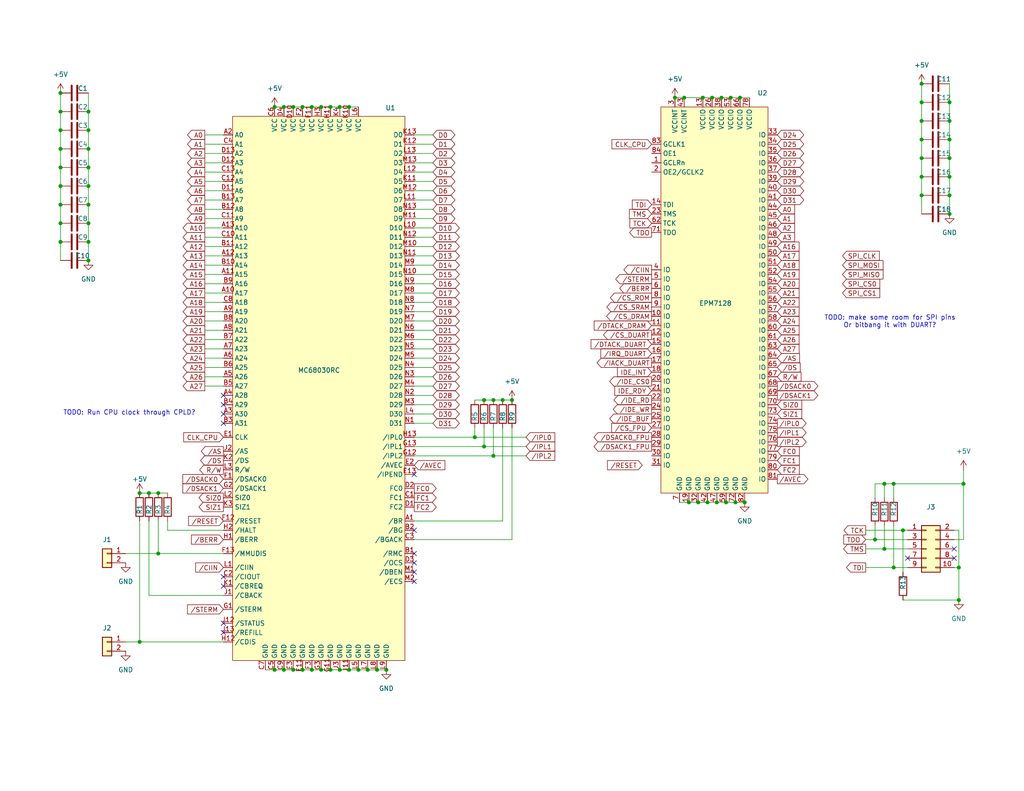
<source format=kicad_sch>
(kicad_sch (version 20231120) (generator "eeschema") (generator_version "8.0")
  (paper "A")
  (title_block (title "Mackerel-30 Proto") (date "2024-10-05") (rev "1.0") (company "Colin Maykish") (comment 1 "github.com/crmaykish/mackerel-68k"))
  (junction (at 259.08 38.1))
  (junction (at 97.79 182.88))
  (junction (at 16.51 55.88))
  (junction (at 92.71 182.88))
  (junction (at 16.51 30.48))
  (junction (at 100.33 182.88))
  (junction (at 38.1 134.62))
  (junction (at 251.46 27.94))
  (junction (at 24.13 50.8))
  (junction (at 195.58 137.16))
  (junction (at 139.7 109.22))
  (junction (at 74.93 182.88))
  (junction (at 90.17 182.88))
  (junction (at 241.3 132.08))
  (junction (at 259.08 27.94))
  (junction (at 194.31 26.67))
  (junction (at 90.17 29.21))
  (junction (at 261.62 163.83))
  (junction (at 238.76 147.32))
  (junction (at 102.87 182.88))
  (junction (at 82.55 29.21))
  (junction (at 190.5 137.16))
  (junction (at 77.47 182.88))
  (junction (at 92.71 29.21))
  (junction (at 132.08 109.22))
  (junction (at 186.69 26.67))
  (junction (at 80.01 182.88))
  (junction (at 191.77 26.67))
  (junction (at 24.13 55.88))
  (junction (at 24.13 40.64))
  (junction (at 137.16 109.22))
  (junction (at 80.01 29.21))
  (junction (at 24.13 30.48))
  (junction (at 198.12 137.16))
  (junction (at 193.04 137.16))
  (junction (at 259.08 58.42))
  (junction (at 259.08 33.02))
  (junction (at 40.64 134.62))
  (junction (at 184.15 26.67))
  (junction (at 16.51 60.96))
  (junction (at 241.3 149.86))
  (junction (at 16.51 40.64))
  (junction (at 82.55 182.88))
  (junction (at 187.96 137.16))
  (junction (at 85.09 29.21))
  (junction (at 251.46 53.34))
  (junction (at 132.08 121.92))
  (junction (at 24.13 35.56))
  (junction (at 87.63 29.21))
  (junction (at 16.51 25.4))
  (junction (at 243.84 154.94))
  (junction (at 24.13 45.72))
  (junction (at 196.85 26.67))
  (junction (at 134.62 124.46))
  (junction (at 199.39 26.67))
  (junction (at 43.18 134.62))
  (junction (at 261.62 154.94))
  (junction (at 16.51 50.8))
  (junction (at 251.46 48.26))
  (junction (at 262.89 132.08))
  (junction (at 38.1 175.26))
  (junction (at 24.13 71.12))
  (junction (at 16.51 35.56))
  (junction (at 246.38 144.78))
  (junction (at 85.09 182.88))
  (junction (at 16.51 45.72))
  (junction (at 251.46 38.1))
  (junction (at 105.41 182.88))
  (junction (at 77.47 29.21))
  (junction (at 24.13 66.04))
  (junction (at 251.46 22.86))
  (junction (at 16.51 66.04))
  (junction (at 95.25 29.21))
  (junction (at 251.46 43.18))
  (junction (at 259.08 43.18))
  (junction (at 74.93 29.21))
  (junction (at 24.13 60.96))
  (junction (at 201.93 26.67))
  (junction (at 43.18 151.13))
  (junction (at 243.84 132.08))
  (junction (at 129.54 119.38))
  (junction (at 87.63 182.88))
  (junction (at 251.46 33.02))
  (junction (at 200.66 137.16))
  (junction (at 134.62 109.22))
  (junction (at 259.08 48.26))
  (junction (at 95.25 182.88))
  (junction (at 259.08 53.34))
  (junction (at 203.2 137.16))
  (no_connect (at 113.03 144.78))
  (no_connect (at 260.35 152.4))
  (no_connect (at 113.03 151.13))
  (no_connect (at 60.96 110.49))
  (no_connect (at 113.03 153.67))
  (no_connect (at 260.35 149.86))
  (no_connect (at 113.03 158.75))
  (no_connect (at -43.18 72.39))
  (no_connect (at 247.65 152.4))
  (no_connect (at 60.96 160.02))
  (no_connect (at 60.96 115.57))
  (no_connect (at 60.96 107.95))
  (no_connect (at 60.96 170.18))
  (no_connect (at 60.96 113.03))
  (no_connect (at 113.03 129.54))
  (no_connect (at 60.96 157.48))
  (no_connect (at 113.03 156.21))
  (no_connect (at 60.96 172.72))
  (wire (pts (xy 85.09 29.21) (xy 87.63 29.21)))
  (wire (pts (xy 238.76 147.32) (xy 247.65 147.32)))
  (wire (pts (xy 118.11 85.09) (xy 113.03 85.09)))
  (wire (pts (xy 251.46 43.18) (xy 251.46 48.26)))
  (wire (pts (xy 187.96 137.16) (xy 190.5 137.16)))
  (wire (pts (xy 16.51 40.64) (xy 16.51 45.72)))
  (wire (pts (xy 100.33 182.88) (xy 102.87 182.88)))
  (wire (pts (xy 186.69 26.67) (xy 191.77 26.67)))
  (wire (pts (xy 77.47 29.21) (xy 80.01 29.21)))
  (wire (pts (xy 55.88 52.07) (xy 60.96 52.07)))
  (wire (pts (xy 55.88 90.17) (xy 60.96 90.17)))
  (wire (pts (xy 113.03 147.32) (xy 139.7 147.32)))
  (wire (pts (xy 118.11 64.77) (xy 113.03 64.77)))
  (wire (pts (xy 201.93 26.67) (xy 204.47 26.67)))
  (wire (pts (xy 259.08 48.26) (xy 259.08 53.34)))
  (wire (pts (xy 193.04 137.16) (xy 195.58 137.16)))
  (wire (pts (xy 118.11 39.37) (xy 113.03 39.37)))
  (wire (pts (xy 118.11 57.15) (xy 113.03 57.15)))
  (wire (pts (xy 262.89 128.27) (xy 262.89 132.08)))
  (wire (pts (xy 87.63 182.88) (xy 90.17 182.88)))
  (wire (pts (xy 118.11 77.47) (xy 113.03 77.47)))
  (wire (pts (xy 243.84 135.89) (xy 243.84 132.08)))
  (wire (pts (xy 16.51 25.4) (xy 16.51 30.48)))
  (wire (pts (xy 16.51 55.88) (xy 16.51 60.96)))
  (wire (pts (xy 43.18 151.13) (xy 60.96 151.13)))
  (wire (pts (xy 24.13 66.04) (xy 24.13 71.12)))
  (wire (pts (xy 261.62 144.78) (xy 261.62 154.94)))
  (wire (pts (xy 118.11 67.31) (xy 113.03 67.31)))
  (wire (pts (xy 97.79 182.88) (xy 100.33 182.88)))
  (wire (pts (xy 129.54 119.38) (xy 113.03 119.38)))
  (wire (pts (xy 55.88 44.45) (xy 60.96 44.45)))
  (wire (pts (xy 55.88 87.63) (xy 60.96 87.63)))
  (wire (pts (xy 55.88 62.23) (xy 60.96 62.23)))
  (wire (pts (xy 241.3 149.86) (xy 247.65 149.86)))
  (wire (pts (xy 24.13 40.64) (xy 24.13 45.72)))
  (wire (pts (xy 95.25 29.21) (xy 97.79 29.21)))
  (wire (pts (xy 24.13 35.56) (xy 24.13 40.64)))
  (wire (pts (xy 92.71 182.88) (xy 95.25 182.88)))
  (wire (pts (xy 74.93 182.88) (xy 77.47 182.88)))
  (wire (pts (xy 246.38 163.83) (xy 261.62 163.83)))
  (wire (pts (xy 118.11 90.17) (xy 113.03 90.17)))
  (wire (pts (xy 139.7 147.32) (xy 139.7 116.84)))
  (wire (pts (xy 16.51 45.72) (xy 16.51 50.8)))
  (wire (pts (xy 238.76 132.08) (xy 241.3 132.08)))
  (wire (pts (xy 38.1 142.24) (xy 38.1 175.26)))
  (wire (pts (xy 238.76 143.51) (xy 238.76 147.32)))
  (wire (pts (xy 118.11 62.23) (xy 113.03 62.23)))
  (wire (pts (xy 77.47 182.88) (xy 80.01 182.88)))
  (wire (pts (xy 243.84 132.08) (xy 262.89 132.08)))
  (wire (pts (xy 55.88 80.01) (xy 60.96 80.01)))
  (wire (pts (xy 72.39 182.88) (xy 74.93 182.88)))
  (wire (pts (xy 92.71 29.21) (xy 95.25 29.21)))
  (wire (pts (xy 238.76 135.89) (xy 238.76 132.08)))
  (wire (pts (xy 118.11 82.55) (xy 113.03 82.55)))
  (wire (pts (xy 34.29 151.13) (xy 43.18 151.13)))
  (wire (pts (xy 251.46 53.34) (xy 251.46 58.42)))
  (wire (pts (xy 118.11 74.93) (xy 113.03 74.93)))
  (wire (pts (xy 198.12 137.16) (xy 200.66 137.16)))
  (wire (pts (xy 24.13 45.72) (xy 24.13 50.8)))
  (wire (pts (xy 24.13 25.4) (xy 24.13 30.48)))
  (wire (pts (xy 260.35 144.78) (xy 261.62 144.78)))
  (wire (pts (xy 261.62 154.94) (xy 260.35 154.94)))
  (wire (pts (xy 16.51 60.96) (xy 16.51 66.04)))
  (wire (pts (xy 55.88 67.31) (xy 60.96 67.31)))
  (wire (pts (xy 190.5 137.16) (xy 193.04 137.16)))
  (wire (pts (xy 40.64 162.56) (xy 60.96 162.56)))
  (wire (pts (xy 55.88 102.87) (xy 60.96 102.87)))
  (wire (pts (xy 16.51 30.48) (xy 16.51 35.56)))
  (wire (pts (xy 118.11 41.91) (xy 113.03 41.91)))
  (wire (pts (xy 236.22 147.32) (xy 238.76 147.32)))
  (wire (pts (xy 55.88 64.77) (xy 60.96 64.77)))
  (wire (pts (xy 246.38 144.78) (xy 247.65 144.78)))
  (wire (pts (xy 259.08 22.86) (xy 259.08 27.94)))
  (wire (pts (xy 259.08 43.18) (xy 259.08 48.26)))
  (wire (pts (xy 243.84 143.51) (xy 243.84 154.94)))
  (wire (pts (xy 38.1 175.26) (xy 60.96 175.26)))
  (wire (pts (xy 118.11 54.61) (xy 113.03 54.61)))
  (wire (pts (xy 236.22 149.86) (xy 241.3 149.86)))
  (wire (pts (xy 74.93 29.21) (xy 77.47 29.21)))
  (wire (pts (xy 236.22 144.78) (xy 246.38 144.78)))
  (wire (pts (xy 262.89 147.32) (xy 260.35 147.32)))
  (wire (pts (xy 118.11 46.99) (xy 113.03 46.99)))
  (wire (pts (xy 199.39 26.67) (xy 201.93 26.67)))
  (wire (pts (xy 55.88 82.55) (xy 60.96 82.55)))
  (wire (pts (xy 261.62 154.94) (xy 261.62 163.83)))
  (wire (pts (xy 16.51 66.04) (xy 16.51 71.12)))
  (wire (pts (xy 118.11 36.83) (xy 113.03 36.83)))
  (wire (pts (xy 118.11 59.69) (xy 113.03 59.69)))
  (wire (pts (xy 118.11 100.33) (xy 113.03 100.33)))
  (wire (pts (xy 43.18 142.24) (xy 43.18 151.13)))
  (wire (pts (xy 40.64 134.62) (xy 43.18 134.62)))
  (wire (pts (xy 129.54 109.22) (xy 132.08 109.22)))
  (wire (pts (xy 40.64 162.56) (xy 40.64 142.24)))
  (wire (pts (xy 55.88 72.39) (xy 60.96 72.39)))
  (wire (pts (xy 194.31 26.67) (xy 196.85 26.67)))
  (wire (pts (xy 118.11 72.39) (xy 113.03 72.39)))
  (wire (pts (xy 82.55 182.88) (xy 85.09 182.88)))
  (wire (pts (xy 55.88 46.99) (xy 60.96 46.99)))
  (wire (pts (xy 118.11 113.03) (xy 113.03 113.03)))
  (wire (pts (xy 134.62 109.22) (xy 137.16 109.22)))
  (wire (pts (xy 45.72 144.78) (xy 45.72 142.24)))
  (wire (pts (xy 43.18 134.62) (xy 45.72 134.62)))
  (wire (pts (xy 118.11 80.01) (xy 113.03 80.01)))
  (wire (pts (xy 118.11 97.79) (xy 113.03 97.79)))
  (wire (pts (xy 243.84 154.94) (xy 247.65 154.94)))
  (wire (pts (xy 143.51 119.38) (xy 129.54 119.38)))
  (wire (pts (xy 118.11 87.63) (xy 113.03 87.63)))
  (wire (pts (xy 55.88 59.69) (xy 60.96 59.69)))
  (wire (pts (xy 195.58 137.16) (xy 198.12 137.16)))
  (wire (pts (xy 134.62 116.84) (xy 134.62 124.46)))
  (wire (pts (xy 55.88 92.71) (xy 60.96 92.71)))
  (wire (pts (xy 80.01 29.21) (xy 82.55 29.21)))
  (wire (pts (xy 184.15 26.67) (xy 186.69 26.67)))
  (wire (pts (xy 55.88 36.83) (xy 60.96 36.83)))
  (wire (pts (xy 118.11 105.41) (xy 113.03 105.41)))
  (wire (pts (xy 55.88 57.15) (xy 60.96 57.15)))
  (wire (pts (xy 60.96 144.78) (xy 45.72 144.78)))
  (wire (pts (xy 251.46 27.94) (xy 251.46 33.02)))
  (wire (pts (xy 134.62 124.46) (xy 113.03 124.46)))
  (wire (pts (xy 259.08 33.02) (xy 259.08 38.1)))
  (wire (pts (xy 113.03 142.24) (xy 137.16 142.24)))
  (wire (pts (xy 55.88 77.47) (xy 60.96 77.47)))
  (wire (pts (xy 246.38 144.78) (xy 246.38 156.21)))
  (wire (pts (xy 16.51 50.8) (xy 16.51 55.88)))
  (wire (pts (xy 16.51 35.56) (xy 16.51 40.64)))
  (wire (pts (xy 241.3 143.51) (xy 241.3 149.86)))
  (wire (pts (xy 80.01 182.88) (xy 82.55 182.88)))
  (wire (pts (xy 55.88 49.53) (xy 60.96 49.53)))
  (wire (pts (xy 24.13 55.88) (xy 24.13 60.96)))
  (wire (pts (xy 55.88 85.09) (xy 60.96 85.09)))
  (wire (pts (xy 251.46 33.02) (xy 251.46 38.1)))
  (wire (pts (xy 55.88 39.37) (xy 60.96 39.37)))
  (wire (pts (xy 82.55 29.21) (xy 85.09 29.21)))
  (wire (pts (xy 85.09 182.88) (xy 87.63 182.88)))
  (wire (pts (xy 191.77 26.67) (xy 194.31 26.67)))
  (wire (pts (xy 259.08 38.1) (xy 259.08 43.18)))
  (wire (pts (xy 137.16 109.22) (xy 139.7 109.22)))
  (wire (pts (xy 132.08 121.92) (xy 113.03 121.92)))
  (wire (pts (xy 34.29 175.26) (xy 38.1 175.26)))
  (wire (pts (xy 118.11 115.57) (xy 113.03 115.57)))
  (wire (pts (xy 241.3 135.89) (xy 241.3 132.08)))
  (wire (pts (xy 87.63 29.21) (xy 90.17 29.21)))
  (wire (pts (xy 55.88 95.25) (xy 60.96 95.25)))
  (wire (pts (xy 118.11 92.71) (xy 113.03 92.71)))
  (wire (pts (xy 200.66 137.16) (xy 203.2 137.16)))
  (wire (pts (xy 259.08 53.34) (xy 259.08 58.42)))
  (wire (pts (xy 55.88 74.93) (xy 60.96 74.93)))
  (wire (pts (xy 132.08 109.22) (xy 134.62 109.22)))
  (wire (pts (xy 251.46 22.86) (xy 251.46 27.94)))
  (wire (pts (xy 24.13 50.8) (xy 24.13 55.88)))
  (wire (pts (xy 196.85 26.67) (xy 199.39 26.67)))
  (wire (pts (xy 90.17 182.88) (xy 92.71 182.88)))
  (wire (pts (xy 262.89 132.08) (xy 262.89 147.32)))
  (wire (pts (xy 185.42 137.16) (xy 187.96 137.16)))
  (wire (pts (xy 55.88 41.91) (xy 60.96 41.91)))
  (wire (pts (xy 259.08 27.94) (xy 259.08 33.02)))
  (wire (pts (xy 143.51 124.46) (xy 134.62 124.46)))
  (wire (pts (xy 102.87 182.88) (xy 105.41 182.88)))
  (wire (pts (xy 24.13 30.48) (xy 24.13 35.56)))
  (wire (pts (xy 118.11 49.53) (xy 113.03 49.53)))
  (wire (pts (xy 38.1 134.62) (xy 40.64 134.62)))
  (wire (pts (xy 55.88 54.61) (xy 60.96 54.61)))
  (wire (pts (xy 118.11 69.85) (xy 113.03 69.85)))
  (wire (pts (xy 90.17 29.21) (xy 92.71 29.21)))
  (wire (pts (xy 137.16 142.24) (xy 137.16 116.84)))
  (wire (pts (xy 55.88 97.79) (xy 60.96 97.79)))
  (wire (pts (xy 132.08 116.84) (xy 132.08 121.92)))
  (wire (pts (xy 143.51 121.92) (xy 132.08 121.92)))
  (wire (pts (xy 118.11 44.45) (xy 113.03 44.45)))
  (wire (pts (xy 251.46 38.1) (xy 251.46 43.18)))
  (wire (pts (xy 129.54 116.84) (xy 129.54 119.38)))
  (wire (pts (xy 118.11 110.49) (xy 113.03 110.49)))
  (wire (pts (xy 251.46 48.26) (xy 251.46 53.34)))
  (wire (pts (xy 24.13 60.96) (xy 24.13 66.04)))
  (wire (pts (xy 55.88 100.33) (xy 60.96 100.33)))
  (wire (pts (xy 95.25 182.88) (xy 97.79 182.88)))
  (wire (pts (xy 55.88 69.85) (xy 60.96 69.85)))
  (wire (pts (xy 236.22 154.94) (xy 243.84 154.94)))
  (wire (pts (xy 118.11 95.25) (xy 113.03 95.25)))
  (wire (pts (xy 55.88 105.41) (xy 60.96 105.41)))
  (wire (pts (xy 118.11 52.07) (xy 113.03 52.07)))
  (wire (pts (xy 118.11 102.87) (xy 113.03 102.87)))
  (wire (pts (xy 118.11 107.95) (xy 113.03 107.95)))
  (wire (pts (xy 241.3 132.08) (xy 243.84 132.08)))
  (text "TODO: Run CPU clock through CPLD?" (at 35.306 112.776 0) (effects (font (size 1.27 1.27))))
  (text "TODO: make some room for SPI pins\nOr bitbang it with DUART?" (at 242.824 87.884 0) (effects (font (size 1.27 1.27))))
  (global_label "A2" (shape input) (at 212.09 62.23 0) (property "Intersheetrefs" "${INTERSHEET_REFS}" (effects (hide yes))))
  (global_label "{slash}IPL1" (shape input) (at 143.51 121.92 0) (property "Intersheetrefs" "${INTERSHEET_REFS}" (effects (hide yes))))
  (global_label "R{slash}W" (shape input) (at 212.09 102.87 0) (property "Intersheetrefs" "${INTERSHEET_REFS}" (effects (hide yes))))
  (global_label "{slash}RESET" (shape input) (at 175.26 127 180) (property "Intersheetrefs" "${INTERSHEET_REFS}" (effects (hide yes))))
  (global_label "{slash}STERM" (shape input) (at 60.96 166.37 180) (property "Intersheetrefs" "${INTERSHEET_REFS}" (effects (hide yes))))
  (global_label "{slash}IPL0" (shape output) (at 212.09 115.57 0) (property "Intersheetrefs" "${INTERSHEET_REFS}" (effects (hide yes))))
  (global_label "{slash}DS" (shape input) (at 212.09 100.33 0) (property "Intersheetrefs" "${INTERSHEET_REFS}" (effects (hide yes))))
  (global_label "A20" (shape output) (at 55.88 87.63 180) (property "Intersheetrefs" "${INTERSHEET_REFS}" (effects (hide yes))))
  (global_label "A14" (shape output) (at 55.88 72.39 180) (property "Intersheetrefs" "${INTERSHEET_REFS}" (effects (hide yes))))
  (global_label "A1" (shape input) (at 212.09 59.69 0) (property "Intersheetrefs" "${INTERSHEET_REFS}" (effects (hide yes))))
  (global_label "A20" (shape input) (at 212.09 77.47 0) (property "Intersheetrefs" "${INTERSHEET_REFS}" (effects (hide yes))))
  (global_label "{slash}CS_SRAM" (shape output) (at 177.8 83.82 180) (property "Intersheetrefs" "${INTERSHEET_REFS}" (effects (hide yes))))
  (global_label "{slash}DSACK0" (shape output) (at 212.09 105.41 0) (property "Intersheetrefs" "${INTERSHEET_REFS}" (effects (hide yes))))
  (global_label "D23" (shape bidirectional) (at 118.11 95.25 0) (property "Intersheetrefs" "${INTERSHEET_REFS}" (effects (hide yes))))
  (global_label "D20" (shape bidirectional) (at 118.11 87.63 0) (property "Intersheetrefs" "${INTERSHEET_REFS}" (effects (hide yes))))
  (global_label "A3" (shape output) (at 55.88 44.45 180) (property "Intersheetrefs" "${INTERSHEET_REFS}" (effects (hide yes))))
  (global_label "D1" (shape bidirectional) (at 118.11 39.37 0) (property "Intersheetrefs" "${INTERSHEET_REFS}" (effects (hide yes))))
  (global_label "A26" (shape input) (at 212.09 92.71 0) (property "Intersheetrefs" "${INTERSHEET_REFS}" (effects (hide yes))))
  (global_label "A13" (shape output) (at 55.88 69.85 180) (property "Intersheetrefs" "${INTERSHEET_REFS}" (effects (hide yes))))
  (global_label "FC0" (shape input) (at 212.09 123.19 0) (property "Intersheetrefs" "${INTERSHEET_REFS}" (effects (hide yes))))
  (global_label "{slash}DSACK1" (shape output) (at 212.09 107.95 0) (property "Intersheetrefs" "${INTERSHEET_REFS}" (effects (hide yes))))
  (global_label "{slash}CS_DRAM" (shape output) (at 177.8 86.36 180) (property "Intersheetrefs" "${INTERSHEET_REFS}" (effects (hide yes))))
  (global_label "D9" (shape bidirectional) (at 118.11 59.69 0) (property "Intersheetrefs" "${INTERSHEET_REFS}" (effects (hide yes))))
  (global_label "{slash}DSACK0" (shape input) (at 60.96 130.81 180) (property "Intersheetrefs" "${INTERSHEET_REFS}" (effects (hide yes))))
  (global_label "A3" (shape input) (at 212.09 64.77 0) (property "Intersheetrefs" "${INTERSHEET_REFS}" (effects (hide yes))))
  (global_label "A16" (shape input) (at 212.09 67.31 0) (property "Intersheetrefs" "${INTERSHEET_REFS}" (effects (hide yes))))
  (global_label "{slash}IPL2" (shape output) (at 212.09 120.65 0) (property "Intersheetrefs" "${INTERSHEET_REFS}" (effects (hide yes))))
  (global_label "A25" (shape input) (at 212.09 90.17 0) (property "Intersheetrefs" "${INTERSHEET_REFS}" (effects (hide yes))))
  (global_label "A21" (shape output) (at 55.88 90.17 180) (property "Intersheetrefs" "${INTERSHEET_REFS}" (effects (hide yes))))
  (global_label "D31" (shape bidirectional) (at 212.09 54.61 0) (property "Intersheetrefs" "${INTERSHEET_REFS}" (effects (hide yes))))
  (global_label "A0" (shape output) (at 55.88 36.83 180) (property "Intersheetrefs" "${INTERSHEET_REFS}" (effects (hide yes))))
  (global_label "A15" (shape output) (at 55.88 74.93 180) (property "Intersheetrefs" "${INTERSHEET_REFS}" (effects (hide yes))))
  (global_label "D5" (shape bidirectional) (at 118.11 49.53 0) (property "Intersheetrefs" "${INTERSHEET_REFS}" (effects (hide yes))))
  (global_label "SIZ1" (shape output) (at 60.96 138.43 180) (property "Intersheetrefs" "${INTERSHEET_REFS}" (effects (hide yes))))
  (global_label "A27" (shape input) (at 212.09 95.25 0) (property "Intersheetrefs" "${INTERSHEET_REFS}" (effects (hide yes))))
  (global_label "D19" (shape bidirectional) (at 118.11 85.09 0) (property "Intersheetrefs" "${INTERSHEET_REFS}" (effects (hide yes))))
  (global_label "{slash}DSACK0_FPU" (shape output) (at 177.8 119.38 180) (property "Intersheetrefs" "${INTERSHEET_REFS}" (effects (hide yes))))
  (global_label "D27" (shape bidirectional) (at 212.09 44.45 0) (property "Intersheetrefs" "${INTERSHEET_REFS}" (effects (hide yes))))
  (global_label "SIZ1" (shape input) (at 212.09 113.03 0) (property "Intersheetrefs" "${INTERSHEET_REFS}" (effects (hide yes))))
  (global_label "{slash}IRQ_DUART" (shape input) (at 177.8 96.52 180) (property "Intersheetrefs" "${INTERSHEET_REFS}" (effects (hide yes))))
  (global_label "A24" (shape input) (at 212.09 87.63 0) (property "Intersheetrefs" "${INTERSHEET_REFS}" (effects (hide yes))))
  (global_label "A18" (shape output) (at 55.88 82.55 180) (property "Intersheetrefs" "${INTERSHEET_REFS}" (effects (hide yes))))
  (global_label "IDE_RDY" (shape input) (at 177.8 106.68 180) (property "Intersheetrefs" "${INTERSHEET_REFS}" (effects (hide yes))))
  (global_label "A21" (shape input) (at 212.09 80.01 0) (property "Intersheetrefs" "${INTERSHEET_REFS}" (effects (hide yes))))
  (global_label "D16" (shape bidirectional) (at 118.11 77.47 0) (property "Intersheetrefs" "${INTERSHEET_REFS}" (effects (hide yes))))
  (global_label "{slash}CS_ROM" (shape output) (at 177.8 81.28 180) (property "Intersheetrefs" "${INTERSHEET_REFS}" (effects (hide yes))))
  (global_label "SPI_CS1" (shape input) (at 229.87 80.01 0) (property "Intersheetrefs" "${INTERSHEET_REFS}" (effects (hide yes))))
  (global_label "A23" (shape output) (at 55.88 95.25 180) (property "Intersheetrefs" "${INTERSHEET_REFS}" (effects (hide yes))))
  (global_label "D14" (shape bidirectional) (at 118.11 72.39 0) (property "Intersheetrefs" "${INTERSHEET_REFS}" (effects (hide yes))))
  (global_label "D31" (shape bidirectional) (at 118.11 115.57 0) (property "Intersheetrefs" "${INTERSHEET_REFS}" (effects (hide yes))))
  (global_label "D0" (shape bidirectional) (at 118.11 36.83 0) (property "Intersheetrefs" "${INTERSHEET_REFS}" (effects (hide yes))))
  (global_label "D28" (shape bidirectional) (at 118.11 107.95 0) (property "Intersheetrefs" "${INTERSHEET_REFS}" (effects (hide yes))))
  (global_label "D28" (shape bidirectional) (at 212.09 46.99 0) (property "Intersheetrefs" "${INTERSHEET_REFS}" (effects (hide yes))))
  (global_label "SIZ0" (shape output) (at 60.96 135.89 180) (property "Intersheetrefs" "${INTERSHEET_REFS}" (effects (hide yes))))
  (global_label "A24" (shape output) (at 55.88 97.79 180) (property "Intersheetrefs" "${INTERSHEET_REFS}" (effects (hide yes))))
  (global_label "FC0" (shape output) (at 113.03 133.35 0) (property "Intersheetrefs" "${INTERSHEET_REFS}" (effects (hide yes))))
  (global_label "A10" (shape output) (at 55.88 62.23 180) (property "Intersheetrefs" "${INTERSHEET_REFS}" (effects (hide yes))))
  (global_label "{slash}IDE_RD" (shape output) (at 177.8 109.22 180) (property "Intersheetrefs" "${INTERSHEET_REFS}" (effects (hide yes))))
  (global_label "{slash}BERR" (shape input) (at 60.96 147.32 180) (property "Intersheetrefs" "${INTERSHEET_REFS}" (effects (hide yes))))
  (global_label "A4" (shape output) (at 55.88 46.99 180) (property "Intersheetrefs" "${INTERSHEET_REFS}" (effects (hide yes))))
  (global_label "SPI_MISO" (shape input) (at 229.87 74.93 0) (property "Intersheetrefs" "${INTERSHEET_REFS}" (effects (hide yes))))
  (global_label "TDI" (shape input) (at 177.8 55.88 180) (property "Intersheetrefs" "${INTERSHEET_REFS}" (effects (hide yes))))
  (global_label "TCK" (shape output) (at 236.22 144.78 180) (property "Intersheetrefs" "${INTERSHEET_REFS}" (effects (hide yes))))
  (global_label "A22" (shape input) (at 212.09 82.55 0) (property "Intersheetrefs" "${INTERSHEET_REFS}" (effects (hide yes))))
  (global_label "D29" (shape bidirectional) (at 212.09 49.53 0) (property "Intersheetrefs" "${INTERSHEET_REFS}" (effects (hide yes))))
  (global_label "A12" (shape output) (at 55.88 67.31 180) (property "Intersheetrefs" "${INTERSHEET_REFS}" (effects (hide yes))))
  (global_label "{slash}DTACK_DUART" (shape input) (at 177.8 93.98 180) (property "Intersheetrefs" "${INTERSHEET_REFS}" (effects (hide yes))))
  (global_label "SPI_CLK" (shape input) (at 229.87 69.85 0) (property "Intersheetrefs" "${INTERSHEET_REFS}" (effects (hide yes))))
  (global_label "{slash}IDE_CS0" (shape output) (at 177.8 104.14 180) (property "Intersheetrefs" "${INTERSHEET_REFS}" (effects (hide yes))))
  (global_label "SPI_CS0" (shape input) (at 229.87 77.47 0) (property "Intersheetrefs" "${INTERSHEET_REFS}" (effects (hide yes))))
  (global_label "FC2" (shape output) (at 113.03 138.43 0) (property "Intersheetrefs" "${INTERSHEET_REFS}" (effects (hide yes))))
  (global_label "A8" (shape output) (at 55.88 57.15 180) (property "Intersheetrefs" "${INTERSHEET_REFS}" (effects (hide yes))))
  (global_label "{slash}DTACK_DRAM" (shape input) (at 177.8 88.9 180) (property "Intersheetrefs" "${INTERSHEET_REFS}" (effects (hide yes))))
  (global_label "TMS" (shape output) (at 236.22 149.86 180) (property "Intersheetrefs" "${INTERSHEET_REFS}" (effects (hide yes))))
  (global_label "TMS" (shape input) (at 177.8 58.42 180) (property "Intersheetrefs" "${INTERSHEET_REFS}" (effects (hide yes))))
  (global_label "D18" (shape bidirectional) (at 118.11 82.55 0) (property "Intersheetrefs" "${INTERSHEET_REFS}" (effects (hide yes))))
  (global_label "D25" (shape bidirectional) (at 118.11 100.33 0) (property "Intersheetrefs" "${INTERSHEET_REFS}" (effects (hide yes))))
  (global_label "TDO" (shape input) (at 236.22 147.32 180) (property "Intersheetrefs" "${INTERSHEET_REFS}" (effects (hide yes))))
  (global_label "D8" (shape bidirectional) (at 118.11 57.15 0) (property "Intersheetrefs" "${INTERSHEET_REFS}" (effects (hide yes))))
  (global_label "TCK" (shape input) (at 177.8 60.96 180) (property "Intersheetrefs" "${INTERSHEET_REFS}" (effects (hide yes))))
  (global_label "D7" (shape bidirectional) (at 118.11 54.61 0) (property "Intersheetrefs" "${INTERSHEET_REFS}" (effects (hide yes))))
  (global_label "{slash}AVEC" (shape output) (at 212.09 130.81 0) (property "Intersheetrefs" "${INTERSHEET_REFS}" (effects (hide yes))))
  (global_label "D4" (shape bidirectional) (at 118.11 46.99 0) (property "Intersheetrefs" "${INTERSHEET_REFS}" (effects (hide yes))))
  (global_label "D21" (shape bidirectional) (at 118.11 90.17 0) (property "Intersheetrefs" "${INTERSHEET_REFS}" (effects (hide yes))))
  (global_label "IDE_INT" (shape input) (at 177.8 101.6 180) (property "Intersheetrefs" "${INTERSHEET_REFS}" (effects (hide yes))))
  (global_label "{slash}IPL0" (shape input) (at 143.51 119.38 0) (property "Intersheetrefs" "${INTERSHEET_REFS}" (effects (hide yes))))
  (global_label "FC2" (shape input) (at 212.09 128.27 0) (property "Intersheetrefs" "${INTERSHEET_REFS}" (effects (hide yes))))
  (global_label "{slash}IACK_DUART" (shape output) (at 177.8 99.06 180) (property "Intersheetrefs" "${INTERSHEET_REFS}" (effects (hide yes))))
  (global_label "TDO" (shape output) (at 177.8 63.5 180) (property "Intersheetrefs" "${INTERSHEET_REFS}" (effects (hide yes))))
  (global_label "D12" (shape bidirectional) (at 118.11 67.31 0) (property "Intersheetrefs" "${INTERSHEET_REFS}" (effects (hide yes))))
  (global_label "A0" (shape input) (at 212.09 57.15 0) (property "Intersheetrefs" "${INTERSHEET_REFS}" (effects (hide yes))))
  (global_label "{slash}RESET" (shape input) (at 60.96 142.24 180) (property "Intersheetrefs" "${INTERSHEET_REFS}" (effects (hide yes))))
  (global_label "{slash}IDE_WR" (shape output) (at 177.8 111.76 180) (property "Intersheetrefs" "${INTERSHEET_REFS}" (effects (hide yes))))
  (global_label "{slash}DS" (shape output) (at 60.96 125.73 180) (property "Intersheetrefs" "${INTERSHEET_REFS}" (effects (hide yes))))
  (global_label "{slash}IPL1" (shape output) (at 212.09 118.11 0) (property "Intersheetrefs" "${INTERSHEET_REFS}" (effects (hide yes))))
  (global_label "{slash}AS" (shape input) (at 212.09 97.79 0) (property "Intersheetrefs" "${INTERSHEET_REFS}" (effects (hide yes))))
  (global_label "A7" (shape output) (at 55.88 54.61 180) (property "Intersheetrefs" "${INTERSHEET_REFS}" (effects (hide yes))))
  (global_label "D27" (shape bidirectional) (at 118.11 105.41 0) (property "Intersheetrefs" "${INTERSHEET_REFS}" (effects (hide yes))))
  (global_label "CLK_CPU" (shape output) (at -27.94 72.39 0) (property "Intersheetrefs" "${INTERSHEET_REFS}" (effects (hide yes))))
  (global_label "{slash}IPL2" (shape input) (at 143.51 124.46 0) (property "Intersheetrefs" "${INTERSHEET_REFS}" (effects (hide yes))))
  (global_label "{slash}CIIN" (shape input) (at 60.96 154.94 180) (property "Intersheetrefs" "${INTERSHEET_REFS}" (effects (hide yes))))
  (global_label "D26" (shape bidirectional) (at 212.09 41.91 0) (property "Intersheetrefs" "${INTERSHEET_REFS}" (effects (hide yes))))
  (global_label "A6" (shape output) (at 55.88 52.07 180) (property "Intersheetrefs" "${INTERSHEET_REFS}" (effects (hide yes))))
  (global_label "{slash}BERR" (shape output) (at 177.8 78.74 180) (property "Intersheetrefs" "${INTERSHEET_REFS}" (effects (hide yes))))
  (global_label "A5" (shape output) (at 55.88 49.53 180) (property "Intersheetrefs" "${INTERSHEET_REFS}" (effects (hide yes))))
  (global_label "SIZ0" (shape input) (at 212.09 110.49 0) (property "Intersheetrefs" "${INTERSHEET_REFS}" (effects (hide yes))))
  (global_label "A19" (shape input) (at 212.09 74.93 0) (property "Intersheetrefs" "${INTERSHEET_REFS}" (effects (hide yes))))
  (global_label "D11" (shape bidirectional) (at 118.11 64.77 0) (property "Intersheetrefs" "${INTERSHEET_REFS}" (effects (hide yes))))
  (global_label "D2" (shape bidirectional) (at 118.11 41.91 0) (property "Intersheetrefs" "${INTERSHEET_REFS}" (effects (hide yes))))
  (global_label "D15" (shape bidirectional) (at 118.11 74.93 0) (property "Intersheetrefs" "${INTERSHEET_REFS}" (effects (hide yes))))
  (global_label "FC1" (shape output) (at 113.03 135.89 0) (property "Intersheetrefs" "${INTERSHEET_REFS}" (effects (hide yes))))
  (global_label "D24" (shape bidirectional) (at 212.09 36.83 0) (property "Intersheetrefs" "${INTERSHEET_REFS}" (effects (hide yes))))
  (global_label "D25" (shape bidirectional) (at 212.09 39.37 0) (property "Intersheetrefs" "${INTERSHEET_REFS}" (effects (hide yes))))
  (global_label "D22" (shape bidirectional) (at 118.11 92.71 0) (property "Intersheetrefs" "${INTERSHEET_REFS}" (effects (hide yes))))
  (global_label "R{slash}W" (shape output) (at 60.96 128.27 180) (property "Intersheetrefs" "${INTERSHEET_REFS}" (effects (hide yes))))
  (global_label "D17" (shape bidirectional) (at 118.11 80.01 0) (property "Intersheetrefs" "${INTERSHEET_REFS}" (effects (hide yes))))
  (global_label "TDI" (shape output) (at 236.22 154.94 180) (property "Intersheetrefs" "${INTERSHEET_REFS}" (effects (hide yes))))
  (global_label "A16" (shape output) (at 55.88 77.47 180) (property "Intersheetrefs" "${INTERSHEET_REFS}" (effects (hide yes))))
  (global_label "A2" (shape output) (at 55.88 41.91 180) (property "Intersheetrefs" "${INTERSHEET_REFS}" (effects (hide yes))))
  (global_label "{slash}STERM" (shape output) (at 177.8 76.2 180) (property "Intersheetrefs" "${INTERSHEET_REFS}" (effects (hide yes))))
  (global_label "{slash}DSACK1_FPU" (shape output) (at 177.8 121.92 180) (property "Intersheetrefs" "${INTERSHEET_REFS}" (effects (hide yes))))
  (global_label "A18" (shape input) (at 212.09 72.39 0) (property "Intersheetrefs" "${INTERSHEET_REFS}" (effects (hide yes))))
  (global_label "D24" (shape bidirectional) (at 118.11 97.79 0) (property "Intersheetrefs" "${INTERSHEET_REFS}" (effects (hide yes))))
  (global_label "A22" (shape output) (at 55.88 92.71 180) (property "Intersheetrefs" "${INTERSHEET_REFS}" (effects (hide yes))))
  (global_label "D3" (shape bidirectional) (at 118.11 44.45 0) (property "Intersheetrefs" "${INTERSHEET_REFS}" (effects (hide yes))))
  (global_label "D29" (shape bidirectional) (at 118.11 110.49 0) (property "Intersheetrefs" "${INTERSHEET_REFS}" (effects (hide yes))))
  (global_label "D30" (shape bidirectional) (at 118.11 113.03 0) (property "Intersheetrefs" "${INTERSHEET_REFS}" (effects (hide yes))))
  (global_label "A23" (shape input) (at 212.09 85.09 0) (property "Intersheetrefs" "${INTERSHEET_REFS}" (effects (hide yes))))
  (global_label "CLK_CPU" (shape input) (at 177.8 39.37 180) (property "Intersheetrefs" "${INTERSHEET_REFS}" (effects (hide yes))))
  (global_label "D6" (shape bidirectional) (at 118.11 52.07 0) (property "Intersheetrefs" "${INTERSHEET_REFS}" (effects (hide yes))))
  (global_label "A17" (shape input) (at 212.09 69.85 0) (property "Intersheetrefs" "${INTERSHEET_REFS}" (effects (hide yes))))
  (global_label "{slash}CS_FPU" (shape input) (at 177.8 116.84 180) (property "Intersheetrefs" "${INTERSHEET_REFS}" (effects (hide yes))))
  (global_label "A17" (shape output) (at 55.88 80.01 180) (property "Intersheetrefs" "${INTERSHEET_REFS}" (effects (hide yes))))
  (global_label "D30" (shape bidirectional) (at 212.09 52.07 0) (property "Intersheetrefs" "${INTERSHEET_REFS}" (effects (hide yes))))
  (global_label "D13" (shape bidirectional) (at 118.11 69.85 0) (property "Intersheetrefs" "${INTERSHEET_REFS}" (effects (hide yes))))
  (global_label "{slash}AVEC" (shape input) (at 113.03 127 0) (property "Intersheetrefs" "${INTERSHEET_REFS}" (effects (hide yes))))
  (global_label "{slash}CIIN" (shape output) (at 177.8 73.66 180) (property "Intersheetrefs" "${INTERSHEET_REFS}" (effects (hide yes))))
  (global_label "A25" (shape output) (at 55.88 100.33 180) (property "Intersheetrefs" "${INTERSHEET_REFS}" (effects (hide yes))))
  (global_label "A27" (shape output) (at 55.88 105.41 180) (property "Intersheetrefs" "${INTERSHEET_REFS}" (effects (hide yes))))
  (global_label "FC1" (shape input) (at 212.09 125.73 0) (property "Intersheetrefs" "${INTERSHEET_REFS}" (effects (hide yes))))
  (global_label "A9" (shape output) (at 55.88 59.69 180) (property "Intersheetrefs" "${INTERSHEET_REFS}" (effects (hide yes))))
  (global_label "CLK_CPU" (shape input) (at 60.96 119.38 180) (property "Intersheetrefs" "${INTERSHEET_REFS}" (effects (hide yes))))
  (global_label "A19" (shape output) (at 55.88 85.09 180) (property "Intersheetrefs" "${INTERSHEET_REFS}" (effects (hide yes))))
  (global_label "A1" (shape output) (at 55.88 39.37 180) (property "Intersheetrefs" "${INTERSHEET_REFS}" (effects (hide yes))))
  (global_label "SPI_MOSI" (shape input) (at 229.87 72.39 0) (property "Intersheetrefs" "${INTERSHEET_REFS}" (effects (hide yes))))
  (global_label "{slash}DSACK1" (shape input) (at 60.96 133.35 180) (property "Intersheetrefs" "${INTERSHEET_REFS}" (effects (hide yes))))
  (global_label "{slash}IDE_BUF" (shape output) (at 177.8 114.3 180) (property "Intersheetrefs" "${INTERSHEET_REFS}" (effects (hide yes))))
  (global_label "{slash}CS_DUART" (shape output) (at 177.8 91.44 180) (property "Intersheetrefs" "${INTERSHEET_REFS}" (effects (hide yes))))
  (global_label "D10" (shape bidirectional) (at 118.11 62.23 0) (property "Intersheetrefs" "${INTERSHEET_REFS}" (effects (hide yes))))
  (global_label "{slash}AS" (shape output) (at 60.96 123.19 180) (property "Intersheetrefs" "${INTERSHEET_REFS}" (effects (hide yes))))
  (global_label "A26" (shape output) (at 55.88 102.87 180) (property "Intersheetrefs" "${INTERSHEET_REFS}" (effects (hide yes))))
  (global_label "A11" (shape output) (at 55.88 64.77 180) (property "Intersheetrefs" "${INTERSHEET_REFS}" (effects (hide yes))))
  (global_label "D26" (shape bidirectional) (at 118.11 102.87 0) (property "Intersheetrefs" "${INTERSHEET_REFS}" (effects (hide yes))))
  (symbol (lib_id "Device:C") (at 20.32 71.12 90) (unit 1)
    (property "Reference" "C10" (at 22.606 69.85 90))
    (property "Value" "0.1uF" (effects (hide yes)))
    (property "Footprint" "Capacitor_SMD:C_1210_3225Metric_Pad1.33x2.70mm_HandSolder" (effects (hide yes)))
    (property "Description" "Unpolarized capacitor" (effects (hide yes)))
  )
  (symbol (lib_id "Device:R") (at 238.76 139.7 0) (unit 1)
    (property "Reference" "R10" (at 238.76 140.97 90) (effects (justify left)))
    (property "Value" "R" (effects (hide yes)))
    (property "Footprint" "Resistor_THT:R_Axial_DIN0207_L6.3mm_D2.5mm_P7.62mm_Horizontal" (effects (hide yes)))
    (property "Description" "Resistor" (effects (hide yes)))
  )
  (symbol (lib_id "Device:C") (at 20.32 66.04 90) (unit 1)
    (property "Reference" "C9" (at 22.606 64.77 90))
    (property "Value" "0.1uF" (effects (hide yes)))
    (property "Footprint" "Capacitor_SMD:C_1210_3225Metric_Pad1.33x2.70mm_HandSolder" (effects (hide yes)))
    (property "Description" "Unpolarized capacitor" (effects (hide yes)))
  )
  (symbol (lib_id "power:GND") (at 261.62 163.83 0) (unit 1)
    (property "Reference" "#PWR015" (effects (hide yes)))
    (property "Value" "GND" (at 261.62 168.91 0))
    (property "Description" "Power symbol creates a global label with name \"GND\" , ground" (effects (hide yes)))
  )
  (symbol (lib_id "Device:R") (at 45.72 138.43 0) (unit 1)
    (property "Reference" "R4" (at 45.72 140.462 90) (effects (justify left)))
    (property "Value" "4k7" (effects (hide yes)))
    (property "Footprint" "Resistor_THT:R_Axial_DIN0207_L6.3mm_D2.5mm_P7.62mm_Horizontal" (effects (hide yes)))
    (property "Description" "Resistor" (effects (hide yes)))
  )
  (symbol (lib_id "power:+5V") (at 184.15 26.67 0) (unit 1)
    (property "Reference" "#PWR011" (effects (hide yes)))
    (property "Value" "+5V" (at 184.15 21.59 0))
    (property "Description" "Power symbol creates a global label with name \"+5V\"" (effects (hide yes)))
  )
  (symbol (lib_id "Device:C") (at 20.32 30.48 90) (unit 1)
    (property "Reference" "C2" (at 22.606 29.21 90))
    (property "Value" "0.1uF" (effects (hide yes)))
    (property "Footprint" "Capacitor_SMD:C_1210_3225Metric_Pad1.33x2.70mm_HandSolder" (effects (hide yes)))
    (property "Description" "Unpolarized capacitor" (effects (hide yes)))
  )
  (symbol (lib_id "power:+5V") (at 74.93 29.21 0) (unit 1)
    (property "Reference" "#PWR08" (effects (hide yes)))
    (property "Value" "+5V" (at 74.93 24.13 0))
    (property "Description" "Power symbol creates a global label with name \"+5V\"" (effects (hide yes)))
  )
  (symbol (lib_id "Connector_Generic:Conn_02x05_Odd_Even") (at 252.73 149.86 0) (unit 1)
    (property "Reference" "J3" (at 254 138.43 0))
    (property "Value" "Conn_02x05_Odd_Even" (effects (hide yes)))
    (property "Footprint" "Connector_IDC:IDC-Header_2x05_P2.54mm_Vertical" (effects (hide yes)))
    (property "Description" "Generic connector, double row, 02x05, odd/even pin numbering scheme (row 1 odd numbers, row 2 even numbers), script generated (kicad-library-utils/schlib/autogen/connector/)" (effects (hide yes)))
  )
  (symbol (lib_id "Device:C") (at 20.32 60.96 90) (unit 1)
    (property "Reference" "C8" (at 22.606 59.69 90))
    (property "Value" "0.1uF" (effects (hide yes)))
    (property "Footprint" "Capacitor_SMD:C_1210_3225Metric_Pad1.33x2.70mm_HandSolder" (effects (hide yes)))
    (property "Description" "Unpolarized capacitor" (effects (hide yes)))
  )
  (symbol (lib_id "Device:C") (at 20.32 45.72 90) (unit 1)
    (property "Reference" "C5" (at 22.606 44.45 90))
    (property "Value" "0.1uF" (effects (hide yes)))
    (property "Footprint" "Capacitor_SMD:C_1210_3225Metric_Pad1.33x2.70mm_HandSolder" (effects (hide yes)))
    (property "Description" "Unpolarized capacitor" (effects (hide yes)))
  )
  (symbol (lib_id "Device:C") (at 255.27 48.26 90) (unit 1)
    (property "Reference" "C16" (at 257.556 46.99 90))
    (property "Value" "0.1uF" (effects (hide yes)))
    (property "Footprint" "Capacitor_SMD:C_1210_3225Metric_Pad1.33x2.70mm_HandSolder" (effects (hide yes)))
    (property "Description" "Unpolarized capacitor" (effects (hide yes)))
  )
  (symbol (lib_id "power:GND") (at 259.08 58.42 0) (unit 1)
    (property "Reference" "#PWR014" (effects (hide yes)))
    (property "Value" "GND" (at 259.08 63.5 0))
    (property "Description" "Power symbol creates a global label with name \"GND\" , ground" (effects (hide yes)))
  )
  (symbol (lib_id "Device:C") (at 20.32 35.56 90) (unit 1)
    (property "Reference" "C3" (at 22.606 34.29 90))
    (property "Value" "0.1uF" (effects (hide yes)))
    (property "Footprint" "Capacitor_SMD:C_1210_3225Metric_Pad1.33x2.70mm_HandSolder" (effects (hide yes)))
    (property "Description" "Unpolarized capacitor" (effects (hide yes)))
  )
  (symbol (lib_id "Device:R") (at 134.62 113.03 0) (unit 1)
    (property "Reference" "R7" (at 134.62 115.062 90) (effects (justify left)))
    (property "Value" "4k7" (effects (hide yes)))
    (property "Footprint" "Resistor_THT:R_Axial_DIN0207_L6.3mm_D2.5mm_P7.62mm_Horizontal" (effects (hide yes)))
    (property "Description" "Resistor" (effects (hide yes)))
  )
  (symbol (lib_id "Device:C") (at 255.27 43.18 90) (unit 1)
    (property "Reference" "C15" (at 257.556 41.91 90))
    (property "Value" "0.1uF" (effects (hide yes)))
    (property "Footprint" "Capacitor_SMD:C_1210_3225Metric_Pad1.33x2.70mm_HandSolder" (effects (hide yes)))
    (property "Description" "Unpolarized capacitor" (effects (hide yes)))
  )
  (symbol (lib_id "power:GND") (at 34.29 177.8 0) (unit 1)
    (property "Reference" "#PWR06" (effects (hide yes)))
    (property "Value" "GND" (at 34.29 182.88 0))
    (property "Description" "Power symbol creates a global label with name \"GND\" , ground" (effects (hide yes)))
  )
  (symbol (lib_id "Connector_Generic:Conn_01x02") (at 29.21 151.13 0) (mirror y) (unit 1)
    (property "Reference" "J1" (at 29.21 147.32 0))
    (property "Value" "Conn_01x02" (effects (hide yes)))
    (property "Footprint" "Connector_PinHeader_2.54mm:PinHeader_1x02_P2.54mm_Vertical" (effects (hide yes)))
    (property "Description" "Generic connector, single row, 01x02, script generated (kicad-library-utils/schlib/autogen/connector/)" (effects (hide yes)))
  )
  (symbol (lib_id "Device:C") (at 255.27 53.34 90) (unit 1)
    (property "Reference" "C17" (at 257.556 52.07 90))
    (property "Value" "0.1uF" (effects (hide yes)))
    (property "Footprint" "Capacitor_SMD:C_1210_3225Metric_Pad1.33x2.70mm_HandSolder" (effects (hide yes)))
    (property "Description" "Unpolarized capacitor" (effects (hide yes)))
  )
  (symbol (lib_id "Device:R") (at 129.54 113.03 0) (unit 1)
    (property "Reference" "R5" (at 129.54 115.062 90) (effects (justify left)))
    (property "Value" "4k7" (effects (hide yes)))
    (property "Footprint" "Resistor_THT:R_Axial_DIN0207_L6.3mm_D2.5mm_P7.62mm_Horizontal" (effects (hide yes)))
    (property "Description" "Resistor" (effects (hide yes)))
  )
  (symbol (lib_id "Device:R") (at 43.18 138.43 0) (unit 1)
    (property "Reference" "R3" (at 43.18 140.462 90) (effects (justify left)))
    (property "Value" "4k7" (effects (hide yes)))
    (property "Footprint" "Resistor_THT:R_Axial_DIN0207_L6.3mm_D2.5mm_P7.62mm_Horizontal" (effects (hide yes)))
    (property "Description" "Resistor" (effects (hide yes)))
  )
  (symbol (lib_id "Device:R") (at 132.08 113.03 0) (unit 1)
    (property "Reference" "R6" (at 132.08 115.062 90) (effects (justify left)))
    (property "Value" "4k7" (effects (hide yes)))
    (property "Footprint" "Resistor_THT:R_Axial_DIN0207_L6.3mm_D2.5mm_P7.62mm_Horizontal" (effects (hide yes)))
    (property "Description" "Resistor" (effects (hide yes)))
  )
  (symbol (lib_id "Device:C") (at 20.32 40.64 90) (unit 1)
    (property "Reference" "C4" (at 22.606 39.37 90))
    (property "Value" "0.1uF" (effects (hide yes)))
    (property "Footprint" "Capacitor_SMD:C_1210_3225Metric_Pad1.33x2.70mm_HandSolder" (effects (hide yes)))
    (property "Description" "Unpolarized capacitor" (effects (hide yes)))
  )
  (symbol (lib_id "Device:R") (at 40.64 138.43 0) (unit 1)
    (property "Reference" "R2" (at 40.64 140.462 90) (effects (justify left)))
    (property "Value" "4k7" (effects (hide yes)))
    (property "Footprint" "Resistor_THT:R_Axial_DIN0207_L6.3mm_D2.5mm_P7.62mm_Horizontal" (effects (hide yes)))
    (property "Description" "Resistor" (effects (hide yes)))
  )
  (symbol (lib_id "Device:C") (at 20.32 25.4 90) (unit 1)
    (property "Reference" "C1" (at 22.606 24.13 90))
    (property "Value" "0.1uF" (effects (hide yes)))
    (property "Footprint" "Capacitor_SMD:C_1210_3225Metric_Pad1.33x2.70mm_HandSolder" (effects (hide yes)))
    (property "Description" "Unpolarized capacitor" (effects (hide yes)))
  )
  (symbol (lib_id "Device:C") (at 255.27 22.86 90) (unit 1)
    (property "Reference" "C11" (at 257.556 21.59 90))
    (property "Value" "0.1uF" (effects (hide yes)))
    (property "Footprint" "Capacitor_SMD:C_1210_3225Metric_Pad1.33x2.70mm_HandSolder" (effects (hide yes)))
    (property "Description" "Unpolarized capacitor" (effects (hide yes)))
  )
  (symbol (lib_id "power:GND") (at 34.29 153.67 0) (unit 1)
    (property "Reference" "#PWR05" (effects (hide yes)))
    (property "Value" "GND" (at 34.29 158.75 0))
    (property "Description" "Power symbol creates a global label with name \"GND\" , ground" (effects (hide yes)))
  )
  (symbol (lib_id "mackerel-68k-symbols:MC68030") (at 86.36 101.6 0) (unit 1)
    (property "Reference" "U1" (at 105.156 29.464 0) (effects (justify left)))
    (property "Value" "MC68030RC" (at 81.28 101.092 0) (effects (justify left)))
    (property "Footprint" "mackerel:PGA169" (effects (hide yes)))
  )
  (symbol (lib_id "power:GND") (at 105.41 182.88 0) (unit 1)
    (property "Reference" "#PWR09" (effects (hide yes)))
    (property "Value" "GND" (at 105.41 187.96 0))
    (property "Description" "Power symbol creates a global label with name \"GND\" , ground" (effects (hide yes)))
  )
  (symbol (lib_id "power:+5V") (at 16.51 25.4 0) (unit 1)
    (property "Reference" "#PWR03" (effects (hide yes)))
    (property "Value" "+5V" (at 16.51 20.32 0))
    (property "Description" "Power symbol creates a global label with name \"+5V\"" (effects (hide yes)))
  )
  (symbol (lib_id "power:GND") (at -35.56 80.01 0) (unit 1)
    (property "Reference" "#PWR02" (effects (hide yes)))
    (property "Value" "GND" (at -35.56 85.09 0))
    (property "Description" "Power symbol creates a global label with name \"GND\" , ground" (effects (hide yes)))
  )
  (symbol (lib_id "Device:R") (at 243.84 139.7 0) (unit 1)
    (property "Reference" "R12" (at 243.84 140.97 90) (effects (justify left)))
    (property "Value" "R" (effects (hide yes)))
    (property "Footprint" "Resistor_THT:R_Axial_DIN0207_L6.3mm_D2.5mm_P7.62mm_Horizontal" (effects (hide yes)))
    (property "Description" "Resistor" (effects (hide yes)))
  )
  (symbol (lib_id "Device:C") (at 255.27 38.1 90) (unit 1)
    (property "Reference" "C14" (at 257.556 36.83 90))
    (property "Value" "0.1uF" (effects (hide yes)))
    (property "Footprint" "Capacitor_SMD:C_1210_3225Metric_Pad1.33x2.70mm_HandSolder" (effects (hide yes)))
    (property "Description" "Unpolarized capacitor" (effects (hide yes)))
  )
  (symbol (lib_id "Device:R") (at 139.7 113.03 0) (unit 1)
    (property "Reference" "R9" (at 139.7 115.062 90) (effects (justify left)))
    (property "Value" "4k7" (effects (hide yes)))
    (property "Footprint" "Resistor_THT:R_Axial_DIN0207_L6.3mm_D2.5mm_P7.62mm_Horizontal" (effects (hide yes)))
    (property "Description" "Resistor" (effects (hide yes)))
  )
  (symbol (lib_id "power:+5V") (at 262.89 128.27 0) (unit 1)
    (property "Reference" "#PWR016" (effects (hide yes)))
    (property "Value" "+5V" (at 262.89 123.19 0))
    (property "Description" "Power symbol creates a global label with name \"+5V\"" (effects (hide yes)))
  )
  (symbol (lib_id "Device:C") (at 255.27 33.02 90) (unit 1)
    (property "Reference" "C13" (at 257.556 31.75 90))
    (property "Value" "0.1uF" (effects (hide yes)))
    (property "Footprint" "Capacitor_SMD:C_1210_3225Metric_Pad1.33x2.70mm_HandSolder" (effects (hide yes)))
    (property "Description" "Unpolarized capacitor" (effects (hide yes)))
  )
  (symbol (lib_id "Oscillator:CXO_DIP14") (at -35.56 72.39 0) (unit 1)
    (property "Reference" "X1" (at -22.86 66.0714 0))
    (property "Value" "CXO_DIP14" (at -22.86 68.6114 0))
    (property "Footprint" "Oscillator:Oscillator_DIP-14" (effects (hide yes)))
    (property "Datasheet" "http://cdn-reichelt.de/documents/datenblatt/B400/OSZI.pdf" (effects (hide yes)))
    (property "Description" "Crystal Clock Oscillator, DIP14-style metal package" (effects (hide yes)))
  )
  (symbol (lib_id "Connector_Generic:Conn_01x02") (at 29.21 175.26 0) (mirror y) (unit 1)
    (property "Reference" "J2" (at 29.21 171.45 0))
    (property "Value" "Conn_01x02" (effects (hide yes)))
    (property "Footprint" "Connector_PinHeader_2.54mm:PinHeader_1x02_P2.54mm_Vertical" (effects (hide yes)))
    (property "Description" "Generic connector, single row, 01x02, script generated (kicad-library-utils/schlib/autogen/connector/)" (effects (hide yes)))
  )
  (symbol (lib_id "Device:R") (at 241.3 139.7 0) (unit 1)
    (property "Reference" "R11" (at 241.3 140.97 90) (effects (justify left)))
    (property "Value" "R" (effects (hide yes)))
    (property "Footprint" "Resistor_THT:R_Axial_DIN0207_L6.3mm_D2.5mm_P7.62mm_Horizontal" (effects (hide yes)))
    (property "Description" "Resistor" (effects (hide yes)))
  )
  (symbol (lib_id "Device:R") (at 246.38 160.02 0) (unit 1)
    (property "Reference" "R13" (at 246.38 161.036 90) (effects (justify left)))
    (property "Value" "R" (effects (hide yes)))
    (property "Footprint" "Resistor_THT:R_Axial_DIN0207_L6.3mm_D2.5mm_P7.62mm_Horizontal" (effects (hide yes)))
    (property "Description" "Resistor" (effects (hide yes)))
  )
  (symbol (lib_id "Device:C") (at 20.32 55.88 90) (unit 1)
    (property "Reference" "C7" (at 22.606 54.61 90))
    (property "Value" "0.1uF" (effects (hide yes)))
    (property "Footprint" "Capacitor_SMD:C_1210_3225Metric_Pad1.33x2.70mm_HandSolder" (effects (hide yes)))
    (property "Description" "Unpolarized capacitor" (effects (hide yes)))
  )
  (symbol (lib_id "power:GND") (at 24.13 71.12 0) (unit 1)
    (property "Reference" "#PWR04" (effects (hide yes)))
    (property "Value" "GND" (at 24.13 76.2 0))
    (property "Description" "Power symbol creates a global label with name \"GND\" , ground" (effects (hide yes)))
  )
  (symbol (lib_id "power:+5V") (at 139.7 109.22 0) (unit 1)
    (property "Reference" "#PWR010" (effects (hide yes)))
    (property "Value" "+5V" (at 139.7 104.14 0))
    (property "Description" "Power symbol creates a global label with name \"+5V\"" (effects (hide yes)))
  )
  (symbol (lib_id "Device:C") (at 255.27 27.94 90) (unit 1)
    (property "Reference" "C12" (at 257.556 26.67 90))
    (property "Value" "0.1uF" (effects (hide yes)))
    (property "Footprint" "Capacitor_SMD:C_1210_3225Metric_Pad1.33x2.70mm_HandSolder" (effects (hide yes)))
    (property "Description" "Unpolarized capacitor" (effects (hide yes)))
  )
  (symbol (lib_id "power:GND") (at 203.2 137.16 0) (unit 1)
    (property "Reference" "#PWR012" (effects (hide yes)))
    (property "Value" "GND" (at 203.2 142.24 0))
    (property "Description" "Power symbol creates a global label with name \"GND\" , ground" (effects (hide yes)))
  )
  (symbol (lib_id "Device:C") (at 20.32 50.8 90) (unit 1)
    (property "Reference" "C6" (at 22.606 49.53 90))
    (property "Value" "0.1uF" (effects (hide yes)))
    (property "Footprint" "Capacitor_SMD:C_1210_3225Metric_Pad1.33x2.70mm_HandSolder" (effects (hide yes)))
    (property "Description" "Unpolarized capacitor" (effects (hide yes)))
  )
  (symbol (lib_id "power:+5V") (at -35.56 64.77 0) (unit 1)
    (property "Reference" "#PWR01" (effects (hide yes)))
    (property "Value" "+5V" (at -35.56 59.69 0))
    (property "Description" "Power symbol creates a global label with name \"+5V\"" (effects (hide yes)))
  )
  (symbol (lib_id "power:+5V") (at 251.46 22.86 0) (unit 1)
    (property "Reference" "#PWR013" (effects (hide yes)))
    (property "Value" "+5V" (at 251.46 17.78 0))
    (property "Description" "Power symbol creates a global label with name \"+5V\"" (effects (hide yes)))
  )
  (symbol (lib_id "Device:R") (at 137.16 113.03 0) (unit 1)
    (property "Reference" "R8" (at 137.16 115.062 90) (effects (justify left)))
    (property "Value" "4k7" (effects (hide yes)))
    (property "Footprint" "Resistor_THT:R_Axial_DIN0207_L6.3mm_D2.5mm_P7.62mm_Horizontal" (effects (hide yes)))
    (property "Description" "Resistor" (effects (hide yes)))
  )
  (symbol (lib_id "Device:R") (at 38.1 138.43 0) (unit 1)
    (property "Reference" "R1" (at 38.1 140.462 90) (effects (justify left)))
    (property "Value" "4k7" (effects (hide yes)))
    (property "Footprint" "Resistor_THT:R_Axial_DIN0207_L6.3mm_D2.5mm_P7.62mm_Horizontal" (effects (hide yes)))
    (property "Description" "Resistor" (effects (hide yes)))
  )
  (symbol (lib_id "Device:C") (at 255.27 58.42 90) (unit 1)
    (property "Reference" "C18" (at 257.556 57.15 90))
    (property "Value" "0.1uF" (effects (hide yes)))
    (property "Footprint" "Capacitor_SMD:C_1210_3225Metric_Pad1.33x2.70mm_HandSolder" (effects (hide yes)))
    (property "Description" "Unpolarized capacitor" (effects (hide yes)))
  )
  (symbol (lib_id "mackerel-68k-symbols:EPM7128SLC") (at 195.58 82.55 0) (unit 1)
    (property "Reference" "U2" (at 206.6641 25.4 0) (effects (justify left)))
    (property "Value" "EPM7128" (at 190.754 82.804 0) (effects (justify left)))
    (property "Footprint" "Package_LCC:PLCC-84_THT-Socket" (effects (hide yes)))
  )
  (symbol (lib_id "power:+5V") (at 38.1 134.62 0) (unit 1)
    (property "Reference" "#PWR07" (effects (hide yes)))
    (property "Value" "+5V" (at 38.1 130.81 0))
    (property "Description" "Power symbol creates a global label with name \"+5V\"" (effects (hide yes)))
  )
  (sheet (at -26.67 156.21) (size 12.7 3.81) (stroke (width 0.1524))
    (property "Sheetname" "Low Memory" (at -26.67 155.4984 0) (effects (justify left bottom)))
    (property "Sheetfile" "low_mem.kicad_sch" (at -26.67 160.6046 0) (effects (justify left top)))
  )
  (sheet (at -26.67 175.26) (size 12.7 3.81) (stroke (width 0.1524))
    (property "Sheetname" "DRAM" (at -26.67 174.5484 0) (effects (justify left bottom)))
    (property "Sheetfile" "dram.kicad_sch" (at -26.67 179.6546 0) (effects (justify left top)))
  )
  (sheet (at -26.67 194.31) (size 12.7 3.81) (stroke (width 0.1524))
    (property "Sheetname" "Power" (at -26.67 193.5984 0) (effects (justify left bottom)))
    (property "Sheetfile" "power.kicad_sch" (at -26.67 198.7046 0) (effects (justify left top)))
  )
  (sheet (at -26.67 184.785) (size 12.7 3.81) (stroke (width 0.1524))
    (property "Sheetname" "FPU" (at -26.67 184.0734 0) (effects (justify left bottom)))
    (property "Sheetfile" "fpu.kicad_sch" (at -26.67 189.1796 0) (effects (justify left top)))
  )
  (sheet (at -26.67 203.835) (size 12.7 3.81) (stroke (width 0.1524))
    (property "Sheetname" "IDE" (at -26.67 203.1234 0) (effects (justify left bottom)))
    (property "Sheetfile" "ide.kicad_sch" (at -26.67 208.2296 0) (effects (justify left top)))
  )
  (sheet (at -26.67 165.735) (size 12.7 3.81) (stroke (width 0.1524))
    (property "Sheetname" "UART" (at -26.67 165.0234 0) (effects (justify left bottom)))
    (property "Sheetfile" "uart.kicad_sch" (at -26.67 170.1296 0) (effects (justify left top)))
  )
)
</source>
